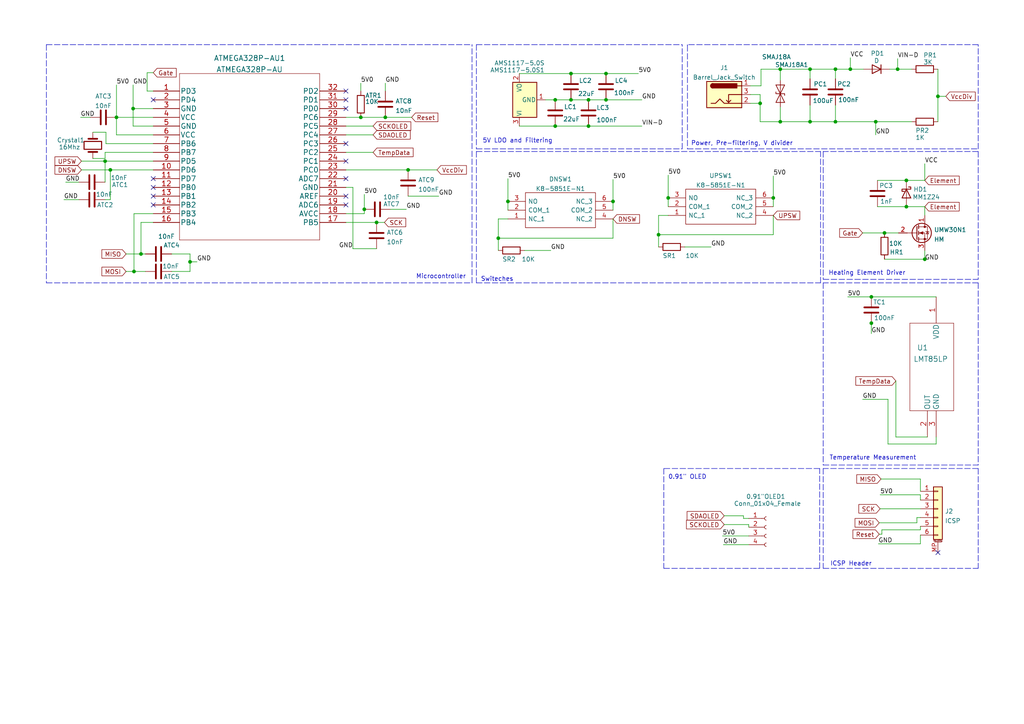
<source format=kicad_sch>
(kicad_sch (version 20211123) (generator eeschema)
  (paper "A4")
  (title_block (title "Hot Plate") (date "2022-02-28") (rev "1.0") (company "AeonLabs") (comment 1 "Creative Commons 2022"))
  (lib_symbols
    (symbol "Connector:Barrel_Jack_Switch" (pin_names hide)
      (property "Reference" "J" (at 0 5.334 0))
      (property "Value" "Barrel_Jack_Switch" (at 0 -5.08 0))
      (symbol "Barrel_Jack_Switch_0_1"
        (rectangle (start -5.08 3.81) (end 5.08 -3.81) (stroke (width 0.254)) (fill (type background)))
        (arc (start -3.302 3.175) (mid -3.937 2.54) (end -3.302 1.905) (stroke (width 0.254)))
        (arc (start -3.302 3.175) (mid -3.937 2.54) (end -3.302 1.905) (stroke (width 0.254)) (fill (type outline)))
        (polyline (pts (xy 1.27 -2.286) (xy 1.905 -1.651)) (stroke (width 0.254)))
        (polyline (pts (xy 5.08 2.54) (xy 3.81 2.54)) (stroke (width 0.254)))
        (polyline (pts (xy 5.08 0) (xy 1.27 0) (xy 1.27 -2.286) (xy 0.635 -1.651)) (stroke (width 0.254)))
        (polyline (pts (xy -3.81 -2.54) (xy -2.54 -2.54) (xy -1.27 -1.27) (xy 0 -2.54) (xy 2.54 -2.54) (xy 5.08 -2.54)) (stroke (width 0.254)))
        (rectangle (start 3.683 3.175) (end -3.302 1.905) (stroke (width 0.254)) (fill (type outline)))
      )
      (symbol "Barrel_Jack_Switch_1_1"
        (pin passive line (at 7.62 2.54 180) (length 2.54) (name "~") (number "1"))
        (pin passive line (at 7.62 -2.54 180) (length 2.54) (name "~") (number "2"))
        (pin passive line (at 7.62 0 180) (length 2.54) (name "~") (number "3"))
      )
    )
    (symbol "Connector:Conn_01x04_Female" (pin_names (offset 1.016) hide)
      (property "Reference" "J" (at 0 5.08 0))
      (property "Value" "Conn_01x04_Female" (at 0 -7.62 0))
      (symbol "Conn_01x04_Female_1_1"
        (arc (start 0 -4.572) (mid -0.508 -5.08) (end 0 -5.588) (stroke (width 0.1524)))
        (arc (start 0 -2.032) (mid -0.508 -2.54) (end 0 -3.048) (stroke (width 0.1524)))
        (polyline (pts (xy -1.27 -5.08) (xy -0.508 -5.08)) (stroke (width 0.1524)))
        (polyline (pts (xy -1.27 -2.54) (xy -0.508 -2.54)) (stroke (width 0.1524)))
        (polyline (pts (xy -1.27 0) (xy -0.508 0)) (stroke (width 0.1524)))
        (polyline (pts (xy -1.27 2.54) (xy -0.508 2.54)) (stroke (width 0.1524)))
        (arc (start 0 0.508) (mid -0.508 0) (end 0 -0.508) (stroke (width 0.1524)))
        (arc (start 0 3.048) (mid -0.508 2.54) (end 0 2.032) (stroke (width 0.1524)))
        (pin passive line (at -5.08 2.54 0) (length 3.81) (name "Pin_1") (number "1"))
        (pin passive line (at -5.08 0 0) (length 3.81) (name "Pin_2") (number "2"))
        (pin passive line (at -5.08 -2.54 0) (length 3.81) (name "Pin_3") (number "3"))
        (pin passive line (at -5.08 -5.08 0) (length 3.81) (name "Pin_4") (number "4"))
      )
    )
    (symbol "Connector:K8-5851E-N1" (pin_names (offset 0.762))
      (property "Reference" "S" (at 26.67 7.62 0))
      (property "Value" "K8-5851E-N1" (at 26.67 5.08 0))
      (symbol "K8-5851E-N1_0_0"
        (pin passive line (at 0 -5.08 0) (length 5.08) (name "NC_1") (number "1"))
        (pin passive line (at 0 -2.54 0) (length 5.08) (name "COM_1") (number "2"))
        (pin passive line (at 0 0 0) (length 5.08) (name "NO") (number "3"))
        (pin passive line (at 30.48 -5.08 180) (length 5.08) (name "NC_2") (number "4"))
        (pin passive line (at 30.48 -2.54 180) (length 5.08) (name "COM_2") (number "5"))
        (pin passive line (at 30.48 0 180) (length 5.08) (name "NC_3") (number "6"))
      )
      (symbol "K8-5851E-N1_0_1"
        (polyline (pts (xy 5.08 2.54) (xy 25.4 2.54) (xy 25.4 -7.62) (xy 5.08 -7.62) (xy 5.08 2.54)) (stroke (width 0.1524)))
      )
    )
    (symbol "Connector_Generic_MountingPin:Conn_01x06_MountingPin" (pin_names (offset 1.016) hide)
      (property "Reference" "J" (at 0 7.62 0))
      (property "Value" "Conn_01x06_MountingPin" (at 1.27 -10.16 0))
      (symbol "Conn_01x06_MountingPin_1_1"
        (rectangle (start -1.27 -7.493) (end 0 -7.747) (stroke (width 0.1524)))
        (rectangle (start -1.27 -4.953) (end 0 -5.207) (stroke (width 0.1524)))
        (rectangle (start -1.27 -2.413) (end 0 -2.667) (stroke (width 0.1524)))
        (rectangle (start -1.27 0.127) (end 0 -0.127) (stroke (width 0.1524)))
        (rectangle (start -1.27 2.667) (end 0 2.413) (stroke (width 0.1524)))
        (rectangle (start -1.27 5.207) (end 0 4.953) (stroke (width 0.1524)))
        (rectangle (start -1.27 6.35) (end 1.27 -8.89) (stroke (width 0.254)) (fill (type background)))
        (polyline (pts (xy -1.016 -9.652) (xy 1.016 -9.652)) (stroke (width 0.1524)))
        (text "Mounting" (at 0 -9.271 0) (effects (font (size 0.381 0.381))))
        (pin passive line (at -5.08 5.08 0) (length 3.81) (name "Pin_1") (number "1"))
        (pin passive line (at -5.08 2.54 0) (length 3.81) (name "Pin_2") (number "2"))
        (pin passive line (at -5.08 0 0) (length 3.81) (name "Pin_3") (number "3"))
        (pin passive line (at -5.08 -2.54 0) (length 3.81) (name "Pin_4") (number "4"))
        (pin passive line (at -5.08 -5.08 0) (length 3.81) (name "Pin_5") (number "5"))
        (pin passive line (at -5.08 -7.62 0) (length 3.81) (name "Pin_6") (number "6"))
        (pin passive line (at 0 -12.7 90) (length 3.048) (name "MountPin") (number "MP"))
      )
    )
    (symbol "Device:C" (pin_numbers hide) (pin_names (offset 0.254))
      (property "Reference" "C" (at 0.635 2.54 0))
      (property "Value" "C" (at 0.635 -2.54 0))
      (symbol "C_0_1"
        (polyline (pts (xy -2.032 -0.762) (xy 2.032 -0.762)) (stroke (width 0.508)))
        (polyline (pts (xy -2.032 0.762) (xy 2.032 0.762)) (stroke (width 0.508)))
      )
      (symbol "C_1_1"
        (pin passive line (at 0 3.81 270) (length 2.794) (name "~") (number "1"))
        (pin passive line (at 0 -3.81 90) (length 2.794) (name "~") (number "2"))
      )
    )
    (symbol "Device:Crystal" (pin_numbers hide) (pin_names (offset 1.016) hide)
      (property "Reference" "Y" (at 0 3.81 0))
      (property "Value" "Crystal" (at 0 -3.81 0))
      (symbol "Crystal_0_1"
        (rectangle (start -1.143 2.54) (end 1.143 -2.54) (stroke (width 0.3048)))
        (polyline (pts (xy -2.54 0) (xy -1.905 0)))
        (polyline (pts (xy -1.905 -1.27) (xy -1.905 1.27)) (stroke (width 0.508)))
        (polyline (pts (xy 1.905 -1.27) (xy 1.905 1.27)) (stroke (width 0.508)))
        (polyline (pts (xy 2.54 0) (xy 1.905 0)))
      )
      (symbol "Crystal_1_1"
        (pin passive line (at -3.81 0 0) (length 1.27) (name "1") (number "1"))
        (pin passive line (at 3.81 0 180) (length 1.27) (name "2") (number "2"))
      )
    )
    (symbol "Device:D" (pin_numbers hide) (pin_names (offset 1.016) hide)
      (property "Reference" "D" (at 0 2.54 0))
      (property "Value" "D" (at 0 -2.54 0))
      (symbol "D_0_1"
        (polyline (pts (xy -1.27 1.27) (xy -1.27 -1.27)) (stroke (width 0.254)))
        (polyline (pts (xy 1.27 0) (xy -1.27 0)))
        (polyline (pts (xy 1.27 1.27) (xy 1.27 -1.27) (xy -1.27 0) (xy 1.27 1.27)) (stroke (width 0.254)))
      )
      (symbol "D_1_1"
        (pin passive line (at -3.81 0 0) (length 2.54) (name "K") (number "1"))
        (pin passive line (at 3.81 0 180) (length 2.54) (name "A") (number "2"))
      )
    )
    (symbol "Device:D_Schottky" (pin_numbers hide) (pin_names (offset 1.016) hide)
      (property "Reference" "D" (at 0 2.54 0))
      (property "Value" "D_Schottky" (at 0 -2.54 0))
      (symbol "D_Schottky_0_1"
        (polyline (pts (xy 1.27 0) (xy -1.27 0)))
        (polyline (pts (xy 1.27 1.27) (xy 1.27 -1.27) (xy -1.27 0) (xy 1.27 1.27)) (stroke (width 0.254)))
        (polyline (pts (xy -1.905 0.635) (xy -1.905 1.27) (xy -1.27 1.27) (xy -1.27 -1.27) (xy -0.635 -1.27) (xy -0.635 -0.635)) (stroke (width 0.254)))
      )
      (symbol "D_Schottky_1_1"
        (pin passive line (at -3.81 0 0) (length 2.54) (name "K") (number "1"))
        (pin passive line (at 3.81 0 180) (length 2.54) (name "A") (number "2"))
      )
    )
    (symbol "Device:Q_NMOS_DGS" (pin_names (offset 0) hide)
      (property "Reference" "Q" (at 5.08 1.27 0))
      (property "Value" "Q_NMOS_DGS" (at 5.08 -1.27 0))
      (symbol "Q_NMOS_DGS_0_1"
        (polyline (pts (xy 0.254 0) (xy -2.54 0)))
        (polyline (pts (xy 0.254 1.905) (xy 0.254 -1.905)) (stroke (width 0.254)))
        (polyline (pts (xy 0.762 -1.27) (xy 0.762 -2.286)) (stroke (width 0.254)))
        (polyline (pts (xy 0.762 0.508) (xy 0.762 -0.508)) (stroke (width 0.254)))
        (polyline (pts (xy 0.762 2.286) (xy 0.762 1.27)) (stroke (width 0.254)))
        (polyline (pts (xy 2.54 2.54) (xy 2.54 1.778)))
        (polyline (pts (xy 2.54 -2.54) (xy 2.54 0) (xy 0.762 0)))
        (polyline (pts (xy 0.762 -1.778) (xy 3.302 -1.778) (xy 3.302 1.778) (xy 0.762 1.778)))
        (polyline (pts (xy 1.016 0) (xy 2.032 0.381) (xy 2.032 -0.381) (xy 1.016 0)) (fill (type outline)))
        (polyline (pts (xy 2.794 0.508) (xy 2.921 0.381) (xy 3.683 0.381) (xy 3.81 0.254)))
        (polyline (pts (xy 3.302 0.381) (xy 2.921 -0.254) (xy 3.683 -0.254) (xy 3.302 0.381)))
        (circle (center 1.651 0) (radius 2.794) (stroke (width 0.254)))
        (circle (center 2.54 -1.778) (radius 0.254) (fill (type outline)))
        (circle (center 2.54 1.778) (radius 0.254) (fill (type outline)))
      )
      (symbol "Q_NMOS_DGS_1_1"
        (pin passive line (at 2.54 5.08 270) (length 2.54) (name "D") (number "1"))
        (pin input line (at -5.08 0 0) (length 2.54) (name "G") (number "2"))
        (pin passive line (at 2.54 -5.08 90) (length 2.54) (name "S") (number "3"))
      )
    )
    (symbol "Device:R" (pin_numbers hide) (pin_names (offset 0))
      (property "Reference" "R" (at 2.032 0 90))
      (property "Value" "R" (at 0 0 90))
      (symbol "R_0_1"
        (rectangle (start -1.016 -2.54) (end 1.016 2.54) (stroke (width 0.254)))
      )
      (symbol "R_1_1"
        (pin passive line (at 0 3.81 270) (length 1.27) (name "~") (number "1"))
        (pin passive line (at 0 -3.81 90) (length 1.27) (name "~") (number "2"))
      )
    )
    (symbol "Diode:ESD9B3.3ST5G" (pin_numbers hide) (pin_names (offset 1.016) hide)
      (property "Reference" "D" (at 0 2.54 0))
      (property "Value" "ESD9B3.3ST5G" (at 0 -2.54 0))
      (symbol "ESD9B3.3ST5G_0_1"
        (polyline (pts (xy 1.27 0) (xy -1.27 0)))
        (polyline (pts (xy -2.54 -1.27) (xy 0 0) (xy -2.54 1.27) (xy -2.54 -1.27)) (stroke (width 0.2032)))
        (polyline (pts (xy 0.508 1.27) (xy 0 1.27) (xy 0 -1.27) (xy -0.508 -1.27)) (stroke (width 0.2032)))
        (polyline (pts (xy 2.54 1.27) (xy 2.54 -1.27) (xy 0 0) (xy 2.54 1.27)) (stroke (width 0.2032)))
      )
      (symbol "ESD9B3.3ST5G_1_1"
        (pin passive line (at -3.81 0 0) (length 2.54) (name "A1") (number "1"))
        (pin passive line (at 3.81 0 180) (length 2.54) (name "A2") (number "2"))
      )
    )
    (symbol "MCU_Microchip_ATmega:ATMEGA328P-AU" (pin_names (offset 0.254))
      (property "Reference" "U" (at 27.94 10.16 0))
      (property "Value" "ATMEGA328P-AU" (at 27.94 7.62 0))
      (symbol "ATMEGA328P-AU_1_1"
        (polyline (pts (xy 7.62 -43.18) (xy 48.26 -43.18)) (stroke (width 0.127)))
        (polyline (pts (xy 7.62 5.08) (xy 7.62 -43.18)) (stroke (width 0.127)))
        (polyline (pts (xy 48.26 -43.18) (xy 48.26 5.08)) (stroke (width 0.127)))
        (polyline (pts (xy 48.26 5.08) (xy 7.62 5.08)) (stroke (width 0.127)))
        (pin bidirectional line (at 0 0 0) (length 7.62) (name "PD3") (number "1"))
        (pin bidirectional line (at 0 -22.86 0) (length 7.62) (name "PD6") (number "10"))
        (pin bidirectional line (at 0 -25.4 0) (length 7.62) (name "PD7") (number "11"))
        (pin bidirectional line (at 0 -27.94 0) (length 7.62) (name "PB0") (number "12"))
        (pin bidirectional line (at 0 -30.48 0) (length 7.62) (name "PB1") (number "13"))
        (pin bidirectional line (at 0 -33.02 0) (length 7.62) (name "PB2") (number "14"))
        (pin bidirectional line (at 0 -35.56 0) (length 7.62) (name "PB3") (number "15"))
        (pin bidirectional line (at 0 -38.1 0) (length 7.62) (name "PB4") (number "16"))
        (pin bidirectional line (at 55.88 -38.1 180) (length 7.62) (name "PB5") (number "17"))
        (pin power_in line (at 55.88 -35.56 180) (length 7.62) (name "AVCC") (number "18"))
        (pin unspecified line (at 55.88 -33.02 180) (length 7.62) (name "ADC6") (number "19"))
        (pin bidirectional line (at 0 -2.54 0) (length 7.62) (name "PD4") (number "2"))
        (pin unspecified line (at 55.88 -30.48 180) (length 7.62) (name "AREF") (number "20"))
        (pin power_in line (at 55.88 -27.94 180) (length 7.62) (name "GND") (number "21"))
        (pin unspecified line (at 55.88 -25.4 180) (length 7.62) (name "ADC7") (number "22"))
        (pin bidirectional line (at 55.88 -22.86 180) (length 7.62) (name "PC0") (number "23"))
        (pin bidirectional line (at 55.88 -20.32 180) (length 7.62) (name "PC1") (number "24"))
        (pin bidirectional line (at 55.88 -17.78 180) (length 7.62) (name "PC2") (number "25"))
        (pin bidirectional line (at 55.88 -15.24 180) (length 7.62) (name "PC3") (number "26"))
        (pin bidirectional line (at 55.88 -12.7 180) (length 7.62) (name "PC4") (number "27"))
        (pin bidirectional line (at 55.88 -10.16 180) (length 7.62) (name "PC5") (number "28"))
        (pin bidirectional line (at 55.88 -7.62 180) (length 7.62) (name "PC6") (number "29"))
        (pin power_in line (at 0 -5.08 0) (length 7.62) (name "GND") (number "3"))
        (pin bidirectional line (at 55.88 -5.08 180) (length 7.62) (name "PD0") (number "30"))
        (pin bidirectional line (at 55.88 -2.54 180) (length 7.62) (name "PD1") (number "31"))
        (pin bidirectional line (at 55.88 0 180) (length 7.62) (name "PD2") (number "32"))
        (pin power_in line (at 0 -7.62 0) (length 7.62) (name "VCC") (number "4"))
        (pin power_in line (at 0 -10.16 0) (length 7.62) (name "GND") (number "5"))
        (pin power_in line (at 0 -12.7 0) (length 7.62) (name "VCC") (number "6"))
        (pin bidirectional line (at 0 -15.24 0) (length 7.62) (name "PB6") (number "7"))
        (pin bidirectional line (at 0 -17.78 0) (length 7.62) (name "PB7") (number "8"))
        (pin bidirectional line (at 0 -20.32 0) (length 7.62) (name "PD5") (number "9"))
      )
    )
    (symbol "Regulator_Linear:AMS1117-5.0" (pin_names (offset 0.254))
      (property "Reference" "U" (at -3.81 3.175 0))
      (property "Value" "AMS1117-5.0" (at 0 3.175 0))
      (symbol "AMS1117-5.0_0_1"
        (rectangle (start -5.08 -5.08) (end 5.08 1.905) (stroke (width 0.254)) (fill (type background)))
      )
      (symbol "AMS1117-5.0_1_1"
        (pin power_in line (at 0 -7.62 90) (length 2.54) (name "GND") (number "1"))
        (pin power_out line (at 7.62 0 180) (length 2.54) (name "VO") (number "2"))
        (pin power_in line (at -7.62 0 0) (length 2.54) (name "VI") (number "3"))
      )
    )
    (symbol "Sensor_Temperature:LMT85LP" (pin_names (offset 0.254))
      (property "Reference" "U" (at 20.32 10.16 0))
      (property "Value" "LMT85LP" (at 20.32 7.62 0))
      (symbol "LMT85LP_1_1"
        (polyline (pts (xy 7.62 -7.62) (xy 33.02 -7.62)) (stroke (width 0.127)))
        (polyline (pts (xy 7.62 5.08) (xy 7.62 -7.62)) (stroke (width 0.127)))
        (polyline (pts (xy 33.02 -7.62) (xy 33.02 5.08)) (stroke (width 0.127)))
        (polyline (pts (xy 33.02 5.08) (xy 7.62 5.08)) (stroke (width 0.127)))
        (pin power_in line (at 0 0 0) (length 7.62) (name "VDD") (number "1"))
        (pin output line (at 40.64 -2.54 180) (length 7.62) (name "OUT") (number "2"))
        (pin power_in line (at 40.64 0 180) (length 7.62) (name "GND") (number "3"))
      )
    )
  )
  (junction (at 55.118 75.946))
  (junction (at 175.768 28.956))
  (junction (at 252.73 86.106))
  (junction (at 226.314 20.066))
  (junction (at 252.73 93.726))
  (junction (at 161.036 28.956))
  (junction (at 118.364 49.276))
  (junction (at 144.526 69.088))
  (junction (at 191.008 68.072))
  (junction (at 38.608 31.496))
  (junction (at 161.036 36.576))
  (junction (at 234.95 35.306))
  (junction (at 272.034 27.94))
  (junction (at 40.894 73.66))
  (junction (at 165.608 28.956))
  (junction (at 32.004 49.276))
  (junction (at 268.224 75.184))
  (junction (at 170.688 36.576))
  (junction (at 260.35 20.066))
  (junction (at 165.608 21.336))
  (junction (at 30.48 46.736))
  (junction (at 111.76 34.036))
  (junction (at 226.314 35.306))
  (junction (at 170.688 28.956))
  (junction (at 256.54 67.564))
  (junction (at 224.282 57.404))
  (junction (at 242.316 20.066))
  (junction (at 234.95 20.066))
  (junction (at 33.782 34.036))
  (junction (at 220.472 29.972))
  (junction (at 175.768 21.336))
  (junction (at 177.8 58.42))
  (junction (at 109.22 64.516))
  (junction (at 242.316 35.306))
  (junction (at 262.89 52.324))
  (junction (at 105.664 60.706))
  (junction (at 104.648 34.036))
  (junction (at 262.89 59.944))
  (junction (at 193.802 57.404))
  (junction (at 147.32 58.42))
  (junction (at 38.862 78.74))
  (junction (at 246.634 20.066))
  (junction (at 254 35.306))
  (no_connect (at 272.034 160.274))
  (no_connect (at 100.33 31.496))
  (no_connect (at 100.33 28.956))
  (no_connect (at 100.33 26.416))
  (no_connect (at 44.45 59.436))
  (no_connect (at 44.45 56.896))
  (no_connect (at 44.45 51.816))
  (no_connect (at 44.45 54.356))
  (no_connect (at 100.33 41.656))
  (no_connect (at 100.33 46.736))
  (no_connect (at 100.33 56.896))
  (no_connect (at 100.33 51.816))
  (no_connect (at 100.33 59.436))
  (no_connect (at 44.45 28.956))
  (wire (pts (xy 256.54 75.184) (xy 268.224 75.184)))
  (wire (pts (xy 255.778 154.94) (xy 255.016 154.94)))
  (polyline (pts (xy 138.176 12.954) (xy 197.866 12.954)))
  (wire (pts (xy 144.526 63.5) (xy 144.526 69.088)))
  (wire (pts (xy 262.89 59.944) (xy 268.224 59.944)))
  (wire (pts (xy 224.282 51.054) (xy 224.282 57.404)))
  (wire (pts (xy 242.316 35.306) (xy 254 35.306)))
  (wire (pts (xy 33.782 24.638) (xy 33.782 34.036)))
  (polyline (pts (xy 237.744 164.846) (xy 237.744 135.89)))
  (polyline (pts (xy 283.718 43.942) (xy 283.718 81.026)))
  (wire (pts (xy 38.862 78.74) (xy 42.164 78.74)))
  (wire (pts (xy 175.768 28.956) (xy 186.182 28.956)))
  (wire (pts (xy 255.27 147.574) (xy 266.954 147.574)))
  (wire (pts (xy 44.45 61.976) (xy 38.862 61.976)))
  (wire (pts (xy 259.842 126.746) (xy 268.986 126.746)))
  (wire (pts (xy 268.224 47.498) (xy 268.224 52.324)))
  (wire (pts (xy 272.034 27.94) (xy 274.32 27.94)))
  (wire (pts (xy 217.678 27.432) (xy 220.472 27.432)))
  (wire (pts (xy 161.036 28.956) (xy 165.608 28.956)))
  (wire (pts (xy 177.8 52.07) (xy 177.8 58.42)))
  (wire (pts (xy 209.55 155.448) (xy 217.17 155.448)))
  (wire (pts (xy 252.73 93.472) (xy 252.73 93.726)))
  (wire (pts (xy 266.954 152.654) (xy 266.954 153.67)))
  (wire (pts (xy 102.362 54.356) (xy 102.362 72.136)))
  (wire (pts (xy 100.33 44.196) (xy 108.204 44.196)))
  (wire (pts (xy 113.284 60.706) (xy 117.856 60.706)))
  (polyline (pts (xy 283.718 135.89) (xy 238.76 135.89)))
  (polyline (pts (xy 13.462 12.954) (xy 13.462 82.042)))
  (wire (pts (xy 23.622 49.276) (xy 32.004 49.276)))
  (wire (pts (xy 262.89 52.324) (xy 268.224 52.324)))
  (polyline (pts (xy 138.176 43.942) (xy 138.176 82.042)))
  (wire (pts (xy 177.8 63.5) (xy 177.8 69.088)))
  (wire (pts (xy 165.608 28.956) (xy 170.688 28.956)))
  (wire (pts (xy 242.316 30.48) (xy 242.316 35.306)))
  (wire (pts (xy 259.842 110.49) (xy 259.842 126.746)))
  (wire (pts (xy 152.146 72.644) (xy 159.766 72.644)))
  (wire (pts (xy 220.726 24.892) (xy 220.726 20.066)))
  (wire (pts (xy 198.628 71.628) (xy 206.248 71.628)))
  (polyline (pts (xy 283.718 82.042) (xy 238.76 82.042)))
  (wire (pts (xy 268.224 72.644) (xy 268.224 75.184)))
  (polyline (pts (xy 238.76 164.846) (xy 283.718 164.846)))
  (wire (pts (xy 217.678 29.972) (xy 220.472 29.972)))
  (wire (pts (xy 44.45 44.196) (xy 30.48 44.196)))
  (wire (pts (xy 191.008 62.484) (xy 191.008 68.072)))
  (wire (pts (xy 30.48 45.974) (xy 26.924 45.974)))
  (wire (pts (xy 255.27 143.51) (xy 266.954 143.51)))
  (wire (pts (xy 100.33 49.276) (xy 118.364 49.276)))
  (wire (pts (xy 226.314 20.066) (xy 234.95 20.066)))
  (wire (pts (xy 220.472 27.432) (xy 220.472 29.972)))
  (wire (pts (xy 44.45 39.116) (xy 33.782 39.116)))
  (polyline (pts (xy 136.906 82.042) (xy 136.906 12.954)))
  (wire (pts (xy 150.622 36.576) (xy 161.036 36.576)))
  (wire (pts (xy 250.444 20.066) (xy 246.634 20.066)))
  (polyline (pts (xy 199.39 12.954) (xy 199.39 13.208)))
  (wire (pts (xy 271.526 126.746) (xy 271.526 128.778)))
  (polyline (pts (xy 237.998 82.042) (xy 237.998 43.942)))
  (wire (pts (xy 254.762 157.734) (xy 266.954 157.734)))
  (wire (pts (xy 40.894 64.516) (xy 40.894 73.66)))
  (wire (pts (xy 226.314 20.066) (xy 226.314 23.368)))
  (wire (pts (xy 234.95 35.306) (xy 242.316 35.306)))
  (wire (pts (xy 254 35.306) (xy 264.414 35.306)))
  (wire (pts (xy 100.33 54.356) (xy 102.362 54.356)))
  (wire (pts (xy 118.364 56.896) (xy 127.254 56.896)))
  (wire (pts (xy 147.32 51.816) (xy 147.32 58.42)))
  (wire (pts (xy 260.35 17.018) (xy 260.35 20.066)))
  (wire (pts (xy 272.034 20.066) (xy 272.034 27.94)))
  (wire (pts (xy 30.48 57.912) (xy 32.004 57.912)))
  (wire (pts (xy 220.472 35.306) (xy 226.314 35.306)))
  (wire (pts (xy 111.76 24.13) (xy 111.76 26.416)))
  (wire (pts (xy 265.938 150.114) (xy 265.938 151.638)))
  (wire (pts (xy 55.118 75.946) (xy 55.118 78.74)))
  (wire (pts (xy 144.526 69.088) (xy 144.526 72.644)))
  (wire (pts (xy 32.004 49.276) (xy 44.45 49.276)))
  (polyline (pts (xy 238.76 135.89) (xy 238.76 164.846)))
  (polyline (pts (xy 237.744 135.89) (xy 192.532 135.89)))
  (wire (pts (xy 250.19 67.564) (xy 256.54 67.564)))
  (wire (pts (xy 266.954 138.938) (xy 255.524 138.938)))
  (wire (pts (xy 118.364 49.276) (xy 126.746 49.276)))
  (polyline (pts (xy 283.718 135.89) (xy 283.718 164.846)))
  (wire (pts (xy 44.45 36.576) (xy 38.608 36.576)))
  (wire (pts (xy 44.45 26.416) (xy 42.672 26.416)))
  (wire (pts (xy 268.224 59.944) (xy 268.224 62.484)))
  (wire (pts (xy 30.48 44.196) (xy 30.48 45.974)))
  (polyline (pts (xy 238.76 81.026) (xy 283.718 81.026)))
  (wire (pts (xy 33.782 39.116) (xy 33.782 34.036)))
  (wire (pts (xy 36.576 73.66) (xy 40.894 73.66)))
  (wire (pts (xy 158.242 28.956) (xy 161.036 28.956)))
  (wire (pts (xy 260.35 20.066) (xy 264.414 20.066)))
  (wire (pts (xy 170.688 36.576) (xy 186.182 36.576)))
  (wire (pts (xy 254.508 52.324) (xy 262.89 52.324)))
  (polyline (pts (xy 238.76 134.874) (xy 283.718 134.874)))
  (wire (pts (xy 44.45 34.036) (xy 33.782 34.036)))
  (wire (pts (xy 177.8 58.42) (xy 177.8 60.96)))
  (wire (pts (xy 105.664 60.706) (xy 105.664 61.976)))
  (wire (pts (xy 144.526 69.088) (xy 177.8 69.088)))
  (wire (pts (xy 254 35.306) (xy 254 39.116)))
  (wire (pts (xy 104.648 24.13) (xy 104.648 26.416)))
  (wire (pts (xy 30.734 41.656) (xy 44.45 41.656)))
  (wire (pts (xy 49.784 73.66) (xy 55.118 73.66)))
  (wire (pts (xy 252.73 93.726) (xy 252.73 96.774)))
  (wire (pts (xy 18.542 57.912) (xy 22.86 57.912)))
  (wire (pts (xy 100.33 36.576) (xy 108.204 36.576)))
  (wire (pts (xy 215.646 150.368) (xy 215.646 149.606)))
  (wire (pts (xy 38.862 61.976) (xy 38.862 78.74)))
  (wire (pts (xy 246.634 16.764) (xy 246.634 20.066)))
  (wire (pts (xy 38.608 24.638) (xy 38.608 31.496)))
  (wire (pts (xy 255.016 151.638) (xy 265.938 151.638)))
  (wire (pts (xy 234.95 20.066) (xy 234.95 22.86)))
  (wire (pts (xy 55.118 78.74) (xy 49.784 78.74)))
  (polyline (pts (xy 283.718 43.942) (xy 238.76 43.942)))
  (wire (pts (xy 242.316 20.066) (xy 234.95 20.066)))
  (wire (pts (xy 254.508 59.944) (xy 262.89 59.944)))
  (wire (pts (xy 191.008 68.072) (xy 191.008 71.628)))
  (wire (pts (xy 100.33 34.036) (xy 104.648 34.036)))
  (wire (pts (xy 147.32 63.5) (xy 144.526 63.5)))
  (polyline (pts (xy 138.176 12.954) (xy 138.176 43.18)))
  (wire (pts (xy 23.368 34.036) (xy 26.162 34.036)))
  (polyline (pts (xy 283.718 12.954) (xy 199.39 12.954)))
  (wire (pts (xy 234.95 30.48) (xy 234.95 35.306)))
  (wire (pts (xy 100.33 64.516) (xy 109.22 64.516)))
  (wire (pts (xy 32.004 57.912) (xy 32.004 49.276)))
  (wire (pts (xy 109.22 72.136) (xy 102.362 72.136)))
  (wire (pts (xy 217.17 150.368) (xy 215.646 150.368)))
  (wire (pts (xy 38.608 36.576) (xy 38.608 31.496)))
  (polyline (pts (xy 199.39 13.208) (xy 199.39 43.18)))
  (polyline (pts (xy 138.176 82.042) (xy 237.998 82.042)))
  (polyline (pts (xy 197.866 43.18) (xy 197.866 12.954)))
  (polyline (pts (xy 283.718 43.18) (xy 283.718 12.954)))
  (wire (pts (xy 252.73 86.106) (xy 271.526 86.106)))
  (wire (pts (xy 242.316 20.066) (xy 242.316 22.86)))
  (wire (pts (xy 215.646 149.606) (xy 210.058 149.606)))
  (polyline (pts (xy 192.532 135.89) (xy 192.532 164.846)))
  (wire (pts (xy 266.954 142.494) (xy 266.954 138.938)))
  (wire (pts (xy 161.036 36.576) (xy 170.688 36.576)))
  (wire (pts (xy 42.672 26.416) (xy 42.672 21.082)))
  (wire (pts (xy 23.622 46.736) (xy 30.48 46.736)))
  (wire (pts (xy 55.118 75.946) (xy 57.15 75.946)))
  (wire (pts (xy 19.05 52.832) (xy 22.86 52.832)))
  (wire (pts (xy 226.314 35.306) (xy 234.95 35.306)))
  (wire (pts (xy 30.734 38.354) (xy 30.734 41.656)))
  (wire (pts (xy 193.802 62.484) (xy 191.008 62.484)))
  (wire (pts (xy 44.45 31.496) (xy 38.608 31.496)))
  (polyline (pts (xy 13.462 82.042) (xy 136.906 82.042)))
  (wire (pts (xy 226.314 30.988) (xy 226.314 35.306)))
  (polyline (pts (xy 238.76 43.942) (xy 238.76 81.026)))
  (wire (pts (xy 220.472 35.306) (xy 220.472 29.972)))
  (wire (pts (xy 246.634 20.066) (xy 242.316 20.066)))
  (wire (pts (xy 250.19 115.824) (xy 257.556 115.824)))
  (wire (pts (xy 165.608 21.336) (xy 175.768 21.336)))
  (wire (pts (xy 217.678 24.892) (xy 220.726 24.892)))
  (wire (pts (xy 42.672 21.082) (xy 44.45 21.082)))
  (wire (pts (xy 268.224 75.184) (xy 268.224 75.692)))
  (wire (pts (xy 30.48 46.736) (xy 44.45 46.736)))
  (wire (pts (xy 109.22 64.516) (xy 111.506 64.516)))
  (polyline (pts (xy 238.76 82.042) (xy 238.76 134.874)))
  (wire (pts (xy 105.664 56.388) (xy 105.664 60.706)))
  (wire (pts (xy 256.54 67.564) (xy 260.604 67.564)))
  (wire (pts (xy 170.688 28.956) (xy 175.768 28.956)))
  (polyline (pts (xy 192.532 164.846) (xy 237.744 164.846)))
  (wire (pts (xy 44.45 64.516) (xy 40.894 64.516)))
  (wire (pts (xy 104.648 34.036) (xy 111.76 34.036)))
  (wire (pts (xy 271.526 128.778) (xy 257.556 128.778)))
  (wire (pts (xy 209.804 157.988) (xy 217.17 157.988)))
  (wire (pts (xy 147.32 58.42) (xy 147.32 60.96)))
  (wire (pts (xy 252.73 86.106) (xy 245.872 86.106)))
  (polyline (pts (xy 138.176 43.942) (xy 237.998 43.942)))
  (wire (pts (xy 111.76 34.036) (xy 119.38 34.036)))
  (wire (pts (xy 255.778 153.67) (xy 255.778 154.94)))
  (wire (pts (xy 26.924 38.354) (xy 30.734 38.354)))
  (polyline (pts (xy 283.718 82.042) (xy 283.718 134.874)))
  (wire (pts (xy 220.726 20.066) (xy 226.314 20.066)))
  (wire (pts (xy 266.954 153.67) (xy 255.778 153.67)))
  (wire (pts (xy 217.17 152.908) (xy 217.17 152.146)))
  (wire (pts (xy 193.802 50.8) (xy 193.802 57.404)))
  (wire (pts (xy 193.802 57.404) (xy 193.802 59.944)))
  (wire (pts (xy 258.064 20.066) (xy 260.35 20.066)))
  (wire (pts (xy 36.576 78.74) (xy 38.862 78.74)))
  (wire (pts (xy 266.954 150.114) (xy 265.938 150.114)))
  (wire (pts (xy 257.556 128.778) (xy 257.556 115.824)))
  (wire (pts (xy 266.954 145.034) (xy 266.954 143.51)))
  (wire (pts (xy 224.282 57.404) (xy 224.282 59.944)))
  (wire (pts (xy 100.33 39.116) (xy 108.204 39.116)))
  (wire (pts (xy 40.894 73.66) (xy 42.164 73.66)))
  (wire (pts (xy 266.954 155.194) (xy 266.954 157.734)))
  (wire (pts (xy 191.008 68.072) (xy 224.282 68.072)))
  (wire (pts (xy 175.768 21.336) (xy 185.166 21.336)))
  (polyline (pts (xy 138.176 43.18) (xy 197.866 43.18)))
  (wire (pts (xy 150.622 21.336) (xy 165.608 21.336)))
  (polyline (pts (xy 13.462 12.954) (xy 136.906 12.954)))
  (wire (pts (xy 217.17 152.146) (xy 210.058 152.146)))
  (polyline (pts (xy 199.39 43.18) (xy 283.718 43.18)))
  (wire (pts (xy 55.118 73.66) (xy 55.118 75.946)))
  (wire (pts (xy 30.48 46.736) (xy 30.48 52.832)))
  (wire (pts (xy 272.034 27.94) (xy 272.034 35.306)))
  (wire (pts (xy 224.282 62.484) (xy 224.282 68.072)))
  (wire (pts (xy 100.33 61.976) (xy 105.664 61.976)))
  (text "Power, Pre-filtering, V divider" (at 200.406 42.418 0) (effects (font (size 1.27 1.27)) (justify left bottom)))
  (text "Microcontroller\n" (at 120.65 81.026 0) (effects (font (size 1.27 1.27)) (justify left bottom)))
  (text "ICSP Header" (at 240.792 164.338 0) (effects (font (size 1.27 1.27)) (justify left bottom)))
  (text "Temperature Measurement\n" (at 240.538 133.604 0) (effects (font (size 1.27 1.27)) (justify left bottom)))
  (text "Heating Element Driver\n" (at 240.284 80.01 0) (effects (font (size 1.27 1.27)) (justify left bottom)))
  (text "5V LDO and Filtering\n" (at 139.954 41.656 0) (effects (font (size 1.27 1.27)) (justify left bottom)))
  (text "0.91\" OLED\n" (at 193.802 139.192 0) (effects (font (size 1.27 1.27)) (justify left bottom)))
  (text "Switeches\n" (at 139.446 81.788 0) (effects (font (size 1.27 1.27)) (justify left bottom)))
  (label "GND" (at 23.368 34.036 0))
  (label "VCC" (at 246.634 16.764 0))
  (label "5V0" (at 147.32 51.816 0))
  (label "VIN-D" (at 260.35 17.018 0))
  (label "GND" (at 268.224 75.692 0))
  (label "GND" (at 252.73 96.774 0))
  (label "5V0" (at 193.802 50.8 0))
  (label "GND" (at 57.15 75.946 0))
  (label "GND" (at 127.254 56.896 0))
  (label "GND" (at 117.856 60.706 0))
  (label "GND" (at 102.362 72.136 180))
  (label "GND" (at 186.182 28.956 0))
  (label "5V0" (at 104.648 24.13 0))
  (label "GND" (at 19.05 52.832 0))
  (label "GND" (at 206.248 71.628 0))
  (label "5V0" (at 209.55 155.448 0))
  (label "5V0" (at 224.282 51.054 0))
  (label "GND" (at 111.76 24.13 0))
  (label "GND" (at 209.804 157.988 0))
  (label "GND" (at 250.19 115.824 0))
  (label "GND" (at 254 39.116 0))
  (label "5V0" (at 255.27 143.51 0))
  (label "5V0" (at 33.782 24.638 0))
  (label "VIN-D" (at 186.182 36.576 0))
  (label "5V0" (at 177.8 52.07 0))
  (label "GND" (at 254.762 157.734 0))
  (label "VCC" (at 268.224 47.498 0))
  (label "GND" (at 159.766 72.644 0))
  (label "5V0" (at 185.166 21.336 0))
  (label "GND" (at 18.542 57.912 0))
  (label "5V0" (at 245.872 86.106 0))
  (label "5V0" (at 105.664 56.388 0))
  (label "GND" (at 38.608 24.638 0))
  (global_label "Reset" (shape input) (at 255.016 154.94 180) (property "Intersheet References" "${INTERSHEET_REFS}" (effects hide)))
  (global_label "TempData" (shape input) (at 259.842 110.49 180) (property "Intersheet References" "${INTERSHEET_REFS}" (effects hide)))
  (global_label "Element" (shape input) (at 268.224 52.324 0) (property "Intersheet References" "${INTERSHEET_REFS}" (effects hide)))
  (global_label "SDAOLED" (shape input) (at 210.058 149.606 180) (property "Intersheet References" "${INTERSHEET_REFS}" (effects hide)))
  (global_label "MISO" (shape input) (at 36.576 73.66 180) (property "Intersheet References" "${INTERSHEET_REFS}" (effects hide)))
  (global_label "Gate" (shape input) (at 250.19 67.564 180) (property "Intersheet References" "${INTERSHEET_REFS}" (effects hide)))
  (global_label "Element" (shape input) (at 268.224 59.944 0) (property "Intersheet References" "${INTERSHEET_REFS}" (effects hide)))
  (global_label "UPSW" (shape input) (at 23.622 46.736 180) (property "Intersheet References" "${INTERSHEET_REFS}" (effects hide)))
  (global_label "SCK" (shape input) (at 255.27 147.574 180) (property "Intersheet References" "${INTERSHEET_REFS}" (effects hide)))
  (global_label "Reset" (shape input) (at 119.38 34.036 0) (property "Intersheet References" "${INTERSHEET_REFS}" (effects hide)))
  (global_label "VccDiv" (shape input) (at 126.746 49.276 0) (property "Intersheet References" "${INTERSHEET_REFS}" (effects hide)))
  (global_label "MOSI" (shape input) (at 36.576 78.74 180) (property "Intersheet References" "${INTERSHEET_REFS}" (effects hide)))
  (global_label "SCK" (shape input) (at 111.506 64.516 0) (property "Intersheet References" "${INTERSHEET_REFS}" (effects hide)))
  (global_label "SCKOLED" (shape input) (at 108.204 36.576 0) (property "Intersheet References" "${INTERSHEET_REFS}" (effects hide)))
  (global_label "UPSW" (shape input) (at 224.282 62.484 0) (property "Intersheet References" "${INTERSHEET_REFS}" (effects hide)))
  (global_label "DNSW" (shape input) (at 23.622 49.276 180) (property "Intersheet References" "${INTERSHEET_REFS}" (effects hide)))
  (global_label "MOSI" (shape input) (at 255.016 151.638 180) (property "Intersheet References" "${INTERSHEET_REFS}" (effects hide)))
  (global_label "SDAOLED" (shape input) (at 108.204 39.116 0) (property "Intersheet References" "${INTERSHEET_REFS}" (effects hide)))
  (global_label "TempData" (shape input) (at 108.204 44.196 0) (property "Intersheet References" "${INTERSHEET_REFS}" (effects hide)))
  (global_label "MISO" (shape input) (at 255.524 138.938 180) (property "Intersheet References" "${INTERSHEET_REFS}" (effects hide)))
  (global_label "DNSW" (shape input) (at 177.8 63.5 0) (property "Intersheet References" "${INTERSHEET_REFS}" (effects hide)))
  (global_label "SCKOLED" (shape input) (at 210.058 152.146 180) (property "Intersheet References" "${INTERSHEET_REFS}" (effects hide)))
  (global_label "Gate" (shape input) (at 44.45 21.082 0) (property "Intersheet References" "${INTERSHEET_REFS}" (effects hide)))
  (global_label "VccDiv" (shape input) (at 274.32 27.94 0) (property "Intersheet References" "${INTERSHEET_REFS}" (effects hide)))
  (symbol (lib_id "Device:C") (at 234.95 26.67 0) (unit 1)
    (property "Reference" "PC1" (at 235.966 24.384 0) (effects (justify left)))
    (property "Value" "100uF" (at 235.712 29.21 0) (effects (justify left)))
    (property "Footprint" "Capacitor_SMD:CP_Elec_6.3x5.9" (effects hide))
  )
  (symbol (lib_id "Connector_Generic_MountingPin:Conn_01x06_MountingPin") (at 272.034 147.574 0) (unit 1)
    (property "Reference" "J2" (at 274.066 148.2911 0) (effects (justify left)))
    (property "Value" "ICSP" (at 274.066 151.0662 0) (effects (justify left)))
    (property "Footprint" "Connector_PinHeader_2.54mm:PinHeader_2x03_P2.54mm_Vertical" (effects hide))
  )
  (symbol (lib_id "MCU_Microchip_ATmega:ATMEGA328P-AU") (at 44.45 26.416 0) (unit 1)
    (property "Reference" "ATMEGA328P-AU1" (at 72.39 16.8686 0) (effects (font (size 1.524 1.524))))
    (property "Value" "ATMEGA328P-AU" (at 72.39 20.1476 0) (effects (font (size 1.524 1.524))))
    (property "Footprint" "ATMEGA328P-AU:ATMEGA328P-AU" (effects hide))
  )
  (symbol (lib_id "Device:R") (at 104.648 30.226 0) (unit 1)
    (property "Reference" "ATR1" (at 105.918 27.686 0) (effects (justify left)))
    (property "Value" "10K" (at 105.918 29.464 0) (effects (justify left)))
    (property "Footprint" "Resistor_SMD:R_1206_3216Metric" (effects hide))
  )
  (symbol (lib_id "Connector:Barrel_Jack_Switch") (at 210.058 27.432 0) (unit 1)
    (property "Reference" "J1" (at 210.058 19.6555 0))
    (property "Value" "Barrel_Jack_Switch" (at 210.058 22.4306 0))
    (property "Footprint" "Connector_BarrelJack:BarrelJack_Horizontal" (effects hide))
  )
  (symbol (lib_id "Connector:Conn_01x04_Female") (at 222.25 152.908 0) (unit 1)
    (property "Reference" "0.91\"OLED1" (at 216.408 144.018 0) (effects (justify left)))
    (property "Value" "Conn_01x04_Female" (at 212.852 146.05 0) (effects (justify left)))
    (property "Footprint" "Display:SSD1306-0.91-OLED-4pin-128x32" (effects hide))
  )
  (symbol (lib_id "Device:C") (at 45.974 73.66 90) (unit 1)
    (property "Reference" "ATC4" (at 49.784 71.12 90))
    (property "Value" "10nF" (at 48.26 68.58 90))
    (property "Footprint" "Capacitor_SMD:C_1206_3216Metric_Pad1.33x1.80mm_HandSolder" (effects hide))
  )
  (symbol (lib_id "Device:Crystal") (at 26.924 42.164 90) (unit 1)
    (property "Reference" "Crystal1" (at 16.51 40.64 90) (effects (justify right)))
    (property "Value" "16Mhz" (at 17.018 42.672 90) (effects (justify right)))
    (property "Footprint" "Crystal:Crystal_SMD_5032-2Pin_5.0x3.2mm" (effects hide))
  )
  (symbol (lib_id "Device:C") (at 242.316 26.67 0) (unit 1)
    (property "Reference" "PC2" (at 242.824 24.384 0) (effects (justify left)))
    (property "Value" "100nF" (at 243.078 28.956 0) (effects (justify left)))
    (property "Footprint" "Capacitor_SMD:C_1206_3216Metric_Pad1.33x1.80mm_HandSolder" (effects hide))
  )
  (symbol (lib_id "Device:C") (at 109.22 68.326 0) (unit 1)
    (property "Reference" "ATC6" (at 112.141 67.4175 0) (effects (justify left)))
    (property "Value" "10nF" (at 112.141 70.1926 0) (effects (justify left)))
    (property "Footprint" "Capacitor_SMD:C_1206_3216Metric_Pad1.33x1.80mm_HandSolder" (effects hide))
  )
  (symbol (lib_id "Device:C") (at 29.972 34.036 90) (unit 1)
    (property "Reference" "ATC3" (at 29.972 27.9105 90))
    (property "Value" "10nF" (at 29.972 30.6856 90))
    (property "Footprint" "Capacitor_SMD:C_1206_3216Metric_Pad1.33x1.80mm_HandSolder" (effects hide))
  )
  (symbol (lib_id "Connector:K8-5851E-N1") (at 147.32 58.42 0) (unit 1)
    (property "Reference" "DNSW1" (at 162.56 51.9643 0))
    (property "Value" "K8-5851E-N1" (at 162.56 54.7394 0))
    (property "Footprint" "Button_Switch_Keyboard:K85851EN1" (effects hide))
    (property "Datasheet" "https://datasheet.lcsc.com/szlcsc/Korean-Hroparts-Elec-K8-5851E-N1_C134191.pdf" (effects hide))
    (property "Description" "DPDT 100mA @ 30VDC 5.80mm x 5.80mm 7.30mm 5.8*5.8mm Electrical Switches RoHS" (effects hide))
    (property "Height" "7.3" (effects hide))
    (property "Manufacturer_Name" "Korean Hroparts Elec" (effects hide))
    (property "Manufacturer_Part_Number" "K8-5851E-N1" (effects hide))
  )
  (symbol (lib_id "Device:C") (at 175.768 25.146 0) (unit 1)
    (property "Reference" "LC4" (at 178.308 23.368 0) (effects (justify left)))
    (property "Value" "100nF" (at 178.054 26.924 0) (effects (justify left)))
    (property "Footprint" "Capacitor_SMD:C_1206_3216Metric_Pad1.33x1.80mm_HandSolder" (effects hide))
  )
  (symbol (lib_id "Device:R") (at 194.818 71.628 90) (unit 1)
    (property "Reference" "SR1" (at 196.088 74.168 90) (effects (justify left)))
    (property "Value" "10K" (at 202.692 74.168 90) (effects (justify left)))
    (property "Footprint" "Capacitor_SMD:C_1206_3216Metric_Pad1.33x1.80mm_HandSolder" (effects hide))
  )
  (symbol (lib_id "Device:C") (at 26.67 52.832 90) (unit 1)
    (property "Reference" "ATC1" (at 34.798 53.594 90))
    (property "Value" "10nF" (at 34.544 51.562 90))
    (property "Footprint" "Capacitor_SMD:C_1206_3216Metric_Pad1.33x1.80mm_HandSolder" (effects hide))
  )
  (symbol (lib_id "Device:R") (at 268.224 20.066 90) (unit 1)
    (property "Reference" "PR1" (at 271.78 16.002 90) (effects (justify left)))
    (property "Value" "3K" (at 270.51 18.034 90) (effects (justify left)))
    (property "Footprint" "Capacitor_SMD:C_1206_3216Metric_Pad1.33x1.80mm_HandSolder" (effects hide))
  )
  (symbol (lib_id "Diode:ESD9B3.3ST5G") (at 226.314 27.178 90) (unit 1)
    (property "Reference" "SMAJ18A1" (at 224.79 18.796 90) (effects (justify right)))
    (property "Value" "SMAJ18A" (at 220.98 16.51 90) (effects (justify right)))
    (property "Footprint" "Diode_SMD:D_SOD-123" (effects hide))
    (property "Datasheet" "https://www.onsemi.com/pub/Collateral/ESD9B-D.PDF" (effects hide))
  )
  (symbol (lib_id "Device:C") (at 118.364 53.086 0) (unit 1)
    (property "Reference" "ATC9" (at 121.285 52.1775 0) (effects (justify left)))
    (property "Value" "100nF" (at 121.285 54.9526 0) (effects (justify left)))
    (property "Footprint" "Capacitor_SMD:C_1206_3216Metric_Pad1.33x1.80mm_HandSolder" (effects hide))
  )
  (symbol (lib_id "Device:R") (at 148.336 72.644 90) (unit 1)
    (property "Reference" "SR2" (at 149.606 75.184 90) (effects (justify left)))
    (property "Value" "10K" (at 155.194 75.184 90) (effects (justify left)))
    (property "Footprint" "Capacitor_SMD:C_1206_3216Metric_Pad1.33x1.80mm_HandSolder" (effects hide))
  )
  (symbol (lib_id "Connector:K8-5851E-N1") (at 193.802 57.404 0) (unit 1)
    (property "Reference" "UPSW1" (at 209.042 50.9483 0))
    (property "Value" "K8-5851E-N1" (at 209.042 53.7234 0))
    (property "Footprint" "Button_Switch_Keyboard:K85851EN1" (effects hide))
    (property "Datasheet" "https://datasheet.lcsc.com/szlcsc/Korean-Hroparts-Elec-K8-5851E-N1_C134191.pdf" (effects hide))
    (property "Description" "DPDT 100mA @ 30VDC 5.80mm x 5.80mm 7.30mm 5.8*5.8mm Electrical Switches RoHS" (effects hide))
    (property "Height" "7.3" (effects hide))
    (property "Manufacturer_Name" "Korean Hroparts Elec" (effects hide))
    (property "Manufacturer_Part_Number" "K8-5851E-N1" (effects hide))
  )
  (symbol (lib_id "Device:C") (at 252.73 89.916 0) (unit 1)
    (property "Reference" "TC1" (at 253.238 87.63 0) (effects (justify left)))
    (property "Value" "100nF" (at 253.492 92.202 0) (effects (justify left)))
    (property "Footprint" "Capacitor_SMD:C_1206_3216Metric_Pad1.33x1.80mm_HandSolder" (effects hide))
  )
  (symbol (lib_id "Device:C") (at 45.974 78.74 90) (unit 1)
    (property "Reference" "ATC5" (at 49.784 80.264 90))
    (property "Value" "10nF" (at 49.53 77.216 90))
    (property "Footprint" "Capacitor_SMD:C_1206_3216Metric_Pad1.33x1.80mm_HandSolder" (effects hide))
  )
  (symbol (lib_id "Device:C") (at 111.76 30.226 0) (unit 1)
    (property "Reference" "ATC8" (at 114.681 29.3175 0) (effects (justify left)))
    (property "Value" "10nF" (at 114.681 32.0926 0) (effects (justify left)))
    (property "Footprint" "Capacitor_SMD:C_1206_3216Metric_Pad1.33x1.80mm_HandSolder" (effects hide))
  )
  (symbol (lib_id "Device:C") (at 109.474 60.706 90) (unit 1)
    (property "Reference" "ATC7" (at 113.538 59.182 90))
    (property "Value" "10nF" (at 113.538 57.15 90))
    (property "Footprint" "Capacitor_SMD:C_1206_3216Metric_Pad1.33x1.80mm_HandSolder" (effects hide))
  )
  (symbol (lib_id "Device:R") (at 256.54 71.374 0) (unit 1)
    (property "Reference" "HR1" (at 258.064 73.152 0) (effects (justify left)))
    (property "Value" "10K" (at 257.81 70.612 0) (effects (justify left)))
    (property "Footprint" "Capacitor_SMD:C_1206_3216Metric_Pad1.33x1.80mm_HandSolder" (effects hide))
  )
  (symbol (lib_id "Device:C") (at 170.688 32.766 0) (unit 1)
    (property "Reference" "LC3" (at 172.974 31.242 0) (effects (justify left)))
    (property "Value" "100nF" (at 172.974 34.798 0) (effects (justify left)))
    (property "Footprint" "Capacitor_SMD:C_1206_3216Metric_Pad1.33x1.80mm_HandSolder" (effects hide))
  )
  (symbol (lib_id "Device:D_Schottky") (at 262.89 56.134 270) (unit 1)
    (property "Reference" "HD1" (at 264.922 54.908 90) (effects (justify left)))
    (property "Value" "MM1Z24" (at 264.668 57.15 90) (effects (justify left)))
  )
  (symbol (lib_id "Device:Q_NMOS_DGS") (at 265.684 67.564 0) (unit 1)
    (property "Reference" "UMW30N1" (at 270.891 66.6555 0) (effects (justify left)))
    (property "Value" "HM" (at 270.891 69.4306 0) (effects (justify left)))
  )
  (symbol (lib_id "Device:R") (at 268.224 35.306 90) (unit 1)
    (property "Reference" "PR2" (at 269.494 37.846 90) (effects (justify left)))
    (property "Value" "1K" (at 268.224 39.878 90) (effects (justify left)))
    (property "Footprint" "Capacitor_SMD:C_1206_3216Metric_Pad1.33x1.80mm_HandSolder" (effects hide))
  )
  (symbol (lib_id "Sensor_Temperature:LMT85LP") (at 271.526 86.106 270) (unit 1)
    (property "Reference" "U1" (at 265.938 100.838 90) (effects (font (size 1.524 1.524)) (justify left)))
    (property "Value" "LMT85LP" (at 264.922 104.14 90) (effects (font (size 1.524 1.524)) (justify left)))
    (property "Footprint" "Sensor:LMT85LP" (effects hide))
  )
  (symbol (lib_id "Device:C") (at 165.608 25.146 0) (unit 1)
    (property "Reference" "LC2" (at 167.894 23.368 0) (effects (justify left)))
    (property "Value" "22uF" (at 167.64 27.178 0) (effects (justify left)))
    (property "Footprint" "Capacitor_SMD:C_1206_3216Metric_Pad1.33x1.80mm_HandSolder" (effects hide))
  )
  (symbol (lib_id "Device:D") (at 254.254 20.066 180) (unit 1)
    (property "Reference" "PD1" (at 254.508 15.494 0))
    (property "Value" "D" (at 254.254 17.6046 0))
    (property "Footprint" "Diode_SMD:D_SOD-123" (effects hide))
  )
  (symbol (lib_id "Device:C") (at 161.036 32.766 0) (unit 1)
    (property "Reference" "LC1" (at 163.576 30.988 0) (effects (justify left)))
    (property "Value" "22uF" (at 163.322 34.544 0) (effects (justify left)))
    (property "Footprint" "Capacitor_SMD:C_1206_3216Metric_Pad1.33x1.80mm_HandSolder" (effects hide))
  )
  (symbol (lib_id "Regulator_Linear:AMS1117-5.0") (at 150.622 28.956 90) (unit 1)
    (property "Reference" "AMS1117-5.0S1" (at 157.988 20.32 90) (effects (justify left)))
    (property "Value" "AMS1117-5.0S" (at 157.988 18.288 90) (effects (justify left)))
    (property "Footprint" "Package_TO_SOT_SMD:SOT-223-3_TabPin2" (effects hide))
    (property "Datasheet" "http://www.advanced-monolithic.com/pdf/ds1117.pdf" (effects hide))
  )
  (symbol (lib_id "Device:C") (at 254.508 56.134 0) (unit 1)
    (property "Reference" "PC3" (at 255.016 53.848 0) (effects (justify left)))
    (property "Value" "1nF" (at 255.27 58.42 0) (effects (justify left)))
    (property "Footprint" "Capacitor_SMD:C_1206_3216Metric_Pad1.33x1.80mm_HandSolder" (effects hide))
  )
  (symbol (lib_id "Device:C") (at 26.67 57.912 90) (unit 1)
    (property "Reference" "ATC2" (at 30.48 59.436 90))
    (property "Value" "10nF" (at 30.226 56.388 90))
    (property "Footprint" "Capacitor_SMD:C_1206_3216Metric_Pad1.33x1.80mm_HandSolder" (effects hide))
  )
)
</source>
